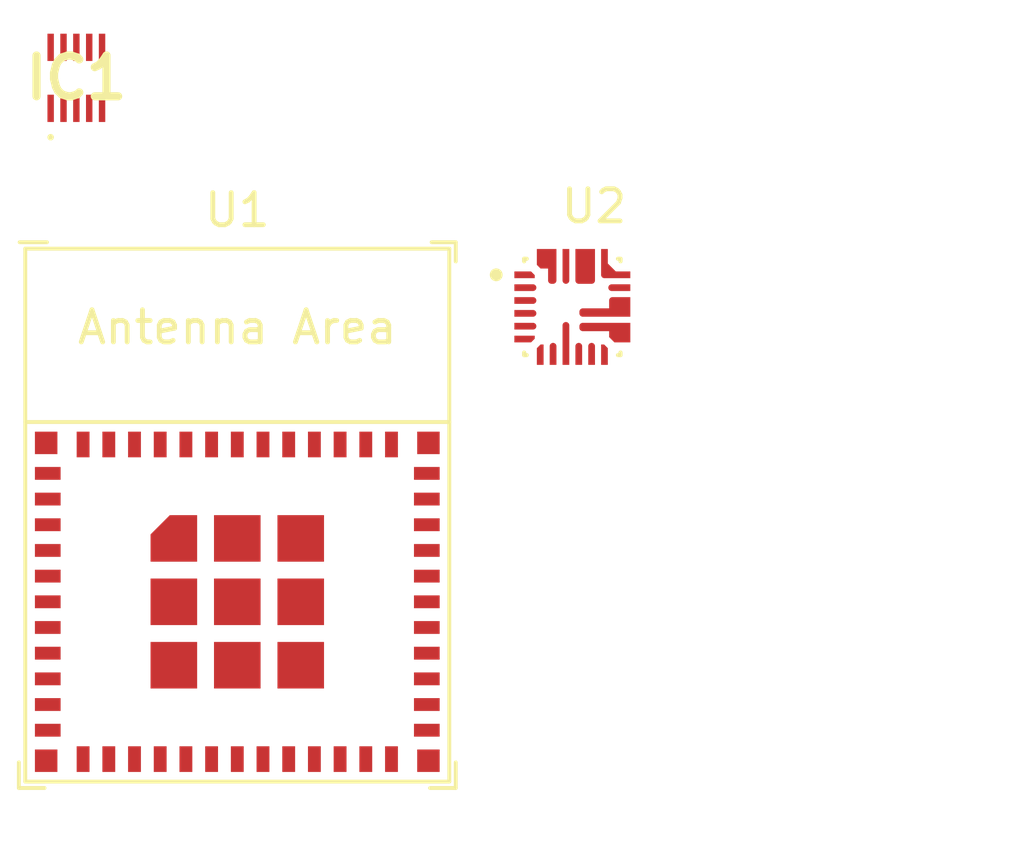
<source format=kicad_pcb>
(kicad_pcb (version 20221018) (generator pcbnew)
  (layers (0 "F.Cu" signal) (31 "B.Cu" signal) (34 "B.Paste" user) (35 "F.Paste" user) (36 "B.SilkS" user "B.Silkscreen") (37 "F.SilkS" user "F.Silkscreen") (38 "B.Mask" user) (39 "F.Mask" user) (44 "Edge.Cuts" user))
  (net 0 "")
  (net 11 "Net-(U1-GND-Pad1)")
  (footprint "Espressif:ESP32-C3-MINI-1" (layer "F.Cu") (at 105.81 93.95)
    (fp_text reference "U1" (at 0 -9.5) (layer "F.SilkS"))
    (fp_text value "ESP32-C3-MINI-1")
    (fp_text user "Antenna Area" (at 0 -5.85) (layer "F.SilkS"))
    (fp_line (start -6.8 7.7) (end -6.8 8.5) (stroke (width 0.12)) (layer "F.SilkS"))
    (fp_line (start -6.8 8.5) (end -6 8.5) (stroke (width 0.12)) (layer "F.SilkS"))
    (fp_line (start -6.6 -8.3) (end 6.6 -8.3) (stroke (width 0.12)) (layer "F.SilkS"))
    (fp_line (start -6.6 -2.9) (end 6.6 -2.9) (stroke (width 0.12)) (layer "F.SilkS"))
    (fp_line (start -6.6 8.3) (end -6.6 -8.3) (stroke (width 0.12)) (layer "F.SilkS"))
    (fp_line (start -5.925 -8.5) (end -6.775 -8.5) (stroke (width 0.12)) (layer "F.SilkS"))
    (fp_line (start 6.05 -8.5) (end 6.8 -8.5) (stroke (width 0.12)) (layer "F.SilkS"))
    (fp_line (start 6.6 -8.3) (end 6.6 8.3) (stroke (width 0.12)) (layer "F.SilkS"))
    (fp_line (start 6.6 8.3) (end -6.6 8.3) (stroke (width 0.12)) (layer "F.SilkS"))
    (fp_line (start 6.8 -8.5) (end 6.8 -7.9) (stroke (width 0.12)) (layer "F.SilkS"))
    (fp_line (start 6.8 7.7) (end 6.8 8.5) (stroke (width 0.12)) (layer "F.SilkS"))
    (fp_line (start 6.8 8.5) (end 6 8.5) (stroke (width 0.12)) (layer "F.SilkS"))
    (pad "1" smd rect (at -5.9 -1.3 90) (size 0.4 0.8) (layers "F.Cu" "F.Paste" "F.Mask") (net 11 "Net-(U1-GND-Pad1)"))
    (pad "2" smd rect (at -5.9 -0.5 90) (size 0.4 0.8) (layers "F.Cu" "F.Paste" "F.Mask") (net 11 "Net-(U1-GND-Pad1)"))
    (pad "3" smd rect (at -5.9 0.3 90) (size 0.4 0.8) (layers "F.Cu" "F.Paste" "F.Mask"))
    (pad "4" smd rect (at -5.9 1.1 90) (size 0.4 0.8) (layers "F.Cu" "F.Paste" "F.Mask"))
    (pad "5" smd rect (at -5.9 1.9 90) (size 0.4 0.8) (layers "F.Cu" "F.Paste" "F.Mask"))
    (pad "6" smd rect (at -5.9 2.7 90) (size 0.4 0.8) (layers "F.Cu" "F.Paste" "F.Mask"))
    (pad "7" smd rect (at -5.9 3.5 90) (size 0.4 0.8) (layers "F.Cu" "F.Paste" "F.Mask"))
    (pad "8" smd rect (at -5.9 4.3 90) (size 0.4 0.8) (layers "F.Cu" "F.Paste" "F.Mask"))
    (pad "9" smd rect (at -5.9 5.1 90) (size 0.4 0.8) (layers "F.Cu" "F.Paste" "F.Mask"))
    (pad "10" smd rect (at -5.9 5.9 90) (size 0.4 0.8) (layers "F.Cu" "F.Paste" "F.Mask"))
    (pad "11" smd rect (at -5.9 6.7 90) (size 0.4 0.8) (layers "F.Cu" "F.Paste" "F.Mask"))
    (pad "12" smd rect (at -4.8 7.6) (size 0.4 0.8) (layers "F.Cu" "F.Paste" "F.Mask"))
    (pad "13" smd rect (at -4 7.6) (size 0.4 0.8) (layers "F.Cu" "F.Paste" "F.Mask"))
    (pad "14" smd rect (at -3.2 7.6) (size 0.4 0.8) (layers "F.Cu" "F.Paste" "F.Mask"))
    (pad "15" smd rect (at -2.4 7.6) (size 0.4 0.8) (layers "F.Cu" "F.Paste" "F.Mask"))
    (pad "16" smd rect (at -1.6 7.6) (size 0.4 0.8) (layers "F.Cu" "F.Paste" "F.Mask"))
    (pad "17" smd rect (at -0.8 7.6) (size 0.4 0.8) (layers "F.Cu" "F.Paste" "F.Mask"))
    (pad "18" smd rect (at 0 7.6) (size 0.4 0.8) (layers "F.Cu" "F.Paste" "F.Mask"))
    (pad "19" smd rect (at 0.8 7.6) (size 0.4 0.8) (layers "F.Cu" "F.Paste" "F.Mask"))
    (pad "20" smd rect (at 1.6 7.6) (size 0.4 0.8) (layers "F.Cu" "F.Paste" "F.Mask"))
    (pad "21" smd rect (at 2.4 7.6) (size 0.4 0.8) (layers "F.Cu" "F.Paste" "F.Mask"))
    (pad "22" smd rect (at 3.2 7.6) (size 0.4 0.8) (layers "F.Cu" "F.Paste" "F.Mask"))
    (pad "23" smd rect (at 4 7.6) (size 0.4 0.8) (layers "F.Cu" "F.Paste" "F.Mask"))
    (pad "24" smd rect (at 4.8 7.6) (size 0.4 0.8) (layers "F.Cu" "F.Paste" "F.Mask"))
    (pad "25" smd rect (at 5.9 6.7 90) (size 0.4 0.8) (layers "F.Cu" "F.Paste" "F.Mask"))
    (pad "26" smd rect (at 5.9 5.9 90) (size 0.4 0.8) (layers "F.Cu" "F.Paste" "F.Mask"))
    (pad "27" smd rect (at 5.9 5.1 90) (size 0.4 0.8) (layers "F.Cu" "F.Paste" "F.Mask"))
    (pad "28" smd rect (at 5.9 4.3 90) (size 0.4 0.8) (layers "F.Cu" "F.Paste" "F.Mask"))
    (pad "29" smd rect (at 5.9 3.5 90) (size 0.4 0.8) (layers "F.Cu" "F.Paste" "F.Mask"))
    (pad "30" smd rect (at 5.9 2.7 90) (size 0.4 0.8) (layers "F.Cu" "F.Paste" "F.Mask"))
    (pad "31" smd rect (at 5.9 1.9 90) (size 0.4 0.8) (layers "F.Cu" "F.Paste" "F.Mask"))
    (pad "32" smd rect (at 5.9 1.1 90) (size 0.4 0.8) (layers "F.Cu" "F.Paste" "F.Mask"))
    (pad "33" smd rect (at 5.9 0.3 90) (size 0.4 0.8) (layers "F.Cu" "F.Paste" "F.Mask"))
    (pad "34" smd rect (at 5.9 -0.5 90) (size 0.4 0.8) (layers "F.Cu" "F.Paste" "F.Mask"))
    (pad "35" smd rect (at 5.9 -1.3 90) (size 0.4 0.8) (layers "F.Cu" "F.Paste" "F.Mask"))
    (pad "36" smd rect (at 4.8 -2.2) (size 0.4 0.8) (layers "F.Cu" "F.Paste" "F.Mask") (net 11 "Net-(U1-GND-Pad1)"))
    (pad "37" smd rect (at 4 -2.2) (size 0.4 0.8) (layers "F.Cu" "F.Paste" "F.Mask") (net 11 "Net-(U1-GND-Pad1)"))
    (pad "38" smd rect (at 3.2 -2.2) (size 0.4 0.8) (layers "F.Cu" "F.Paste" "F.Mask") (net 11 "Net-(U1-GND-Pad1)"))
    (pad "39" smd rect (at 2.4 -2.2) (size 0.4 0.8) (layers "F.Cu" "F.Paste" "F.Mask") (net 11 "Net-(U1-GND-Pad1)"))
    (pad "40" smd rect (at 1.6 -2.2) (size 0.4 0.8) (layers "F.Cu" "F.Paste" "F.Mask") (net 11 "Net-(U1-GND-Pad1)"))
    (pad "41" smd rect (at 0.8 -2.2) (size 0.4 0.8) (layers "F.Cu" "F.Paste" "F.Mask") (net 11 "Net-(U1-GND-Pad1)"))
    (pad "42" smd rect (at 0 -2.2) (size 0.4 0.8) (layers "F.Cu" "F.Paste" "F.Mask") (net 11 "Net-(U1-GND-Pad1)"))
    (pad "43" smd rect (at -0.8 -2.2) (size 0.4 0.8) (layers "F.Cu" "F.Paste" "F.Mask") (net 11 "Net-(U1-GND-Pad1)"))
    (pad "44" smd rect (at -1.6 -2.2) (size 0.4 0.8) (layers "F.Cu" "F.Paste" "F.Mask") (net 11 "Net-(U1-GND-Pad1)"))
    (pad "45" smd rect (at -2.4 -2.2) (size 0.4 0.8) (layers "F.Cu" "F.Paste" "F.Mask") (net 11 "Net-(U1-GND-Pad1)"))
    (pad "46" smd rect (at -3.2 -2.2) (size 0.4 0.8) (layers "F.Cu" "F.Paste" "F.Mask") (net 11 "Net-(U1-GND-Pad1)"))
    (pad "47" smd rect (at -4 -2.2) (size 0.4 0.8) (layers "F.Cu" "F.Paste" "F.Mask") (net 11 "Net-(U1-GND-Pad1)"))
    (pad "48" smd rect (at -4.8 -2.2) (size 0.4 0.8) (layers "F.Cu" "F.Paste" "F.Mask") (net 11 "Net-(U1-GND-Pad1)"))
    (pad "49" smd custom (at -1.975 0.725) (size 0.8 0.8) (layers "F.Cu" "F.Paste" "F.Mask") (net 11 "Net-(U1-GND-Pad1)") (options (clearance outline) (anchor rect)) (primitives (gr_poly (pts (xy 0.725 0.725) (xy -0.725 0.725) (xy -0.725 -0.125) (xy -0.125 -0.725) (xy 0.725 -0.725)) (width 0) (fill yes))))
    (pad "49" smd rect (at -1.975 2.7 90) (size 1.45 1.45) (layers "F.Cu" "F.Paste" "F.Mask") (net 11 "Net-(U1-GND-Pad1)"))
    (pad "49" smd rect (at -1.975 4.675 90) (size 1.45 1.45) (layers "F.Cu" "F.Paste" "F.Mask") (net 11 "Net-(U1-GND-Pad1)"))
    (pad "49" smd rect (at 0 0.725 90) (size 1.45 1.45) (layers "F.Cu" "F.Paste" "F.Mask") (net 11 "Net-(U1-GND-Pad1)"))
    (pad "49" smd rect (at 0 2.7 90) (size 1.45 1.45) (layers "F.Cu" "F.Paste" "F.Mask") (net 11 "Net-(U1-GND-Pad1)"))
    (pad "49" smd rect (at 0 4.675 90) (size 1.45 1.45) (layers "F.Cu" "F.Paste" "F.Mask") (net 11 "Net-(U1-GND-Pad1)"))
    (pad "49" smd rect (at 1.975 0.725 90) (size 1.45 1.45) (layers "F.Cu" "F.Paste" "F.Mask") (net 11 "Net-(U1-GND-Pad1)"))
    (pad "49" smd rect (at 1.975 2.7 90) (size 1.45 1.45) (layers "F.Cu" "F.Paste" "F.Mask") (net 11 "Net-(U1-GND-Pad1)"))
    (pad "49" smd rect (at 1.975 4.675 90) (size 1.45 1.45) (layers "F.Cu" "F.Paste" "F.Mask") (net 11 "Net-(U1-GND-Pad1)"))
    (pad "50" smd rect (at 5.95 -2.25 90) (size 0.7 0.7) (layers "F.Cu" "F.Paste" "F.Mask") (net 11 "Net-(U1-GND-Pad1)"))
    (pad "51" smd rect (at 5.95 7.65 90) (size 0.7 0.7) (layers "F.Cu" "F.Paste" "F.Mask") (net 11 "Net-(U1-GND-Pad1)"))
    (pad "52" smd rect (at -5.95 7.65 90) (size 0.7 0.7) (layers "F.Cu" "F.Paste" "F.Mask") (net 11 "Net-(U1-GND-Pad1)"))
    (pad "53" smd rect (at -5.95 -2.25 90) (size 0.7 0.7) (layers "F.Cu" "F.Paste" "F.Mask") (net 11 "Net-(U1-GND-Pad1)"))
  )
  (footprint "MAX4906ELB+T:MAX4906ELBT" (layer "F.Cu") (at 100.8 80.33)
    (fp_text reference "IC1" (at 0 0) (layer "F.SilkS") (effects (font (size 1.27 1.27) (thickness 0.254))))
    (fp_text value "MAX4906ELB+T" hide)
    (fp_line (start -0.8 1.8) (end -0.8 1.8) (stroke (width 0.1)) (layer "F.SilkS"))
    (fp_line (start -0.8 1.9) (end -0.8 1.9) (stroke (width 0.1)) (layer "F.SilkS"))
    (fp_arc (start -0.8 1.8) (mid -0.75 1.85) (end -0.8 1.9) (stroke (width 0.1)) (layer "F.SilkS"))
    (fp_arc (start -0.8 1.9) (mid -0.85 1.85) (end -0.8 1.8) (stroke (width 0.1)) (layer "F.SilkS"))
    (pad "1" smd rect (at -0.8 0.95) (size 0.2 0.85) (layers "F.Cu" "F.Paste" "F.Mask"))
    (pad "2" smd rect (at -0.4 0.95) (size 0.2 0.85) (layers "F.Cu" "F.Paste" "F.Mask"))
    (pad "3" smd rect (at 0 0.95) (size 0.2 0.85) (layers "F.Cu" "F.Paste" "F.Mask"))
    (pad "4" smd rect (at 0.4 0.95) (size 0.2 0.85) (layers "F.Cu" "F.Paste" "F.Mask"))
    (pad "5" smd rect (at 0.8 0.95) (size 0.2 0.85) (layers "F.Cu" "F.Paste" "F.Mask"))
    (pad "6" smd rect (at 0.8 -0.95) (size 0.2 0.85) (layers "F.Cu" "F.Paste" "F.Mask"))
    (pad "7" smd rect (at 0.4 -0.95) (size 0.2 0.85) (layers "F.Cu" "F.Paste" "F.Mask"))
    (pad "8" smd rect (at 0 -0.95) (size 0.2 0.85) (layers "F.Cu" "F.Paste" "F.Mask"))
    (pad "9" smd rect (at -0.4 -0.95) (size 0.2 0.85) (layers "F.Cu" "F.Paste" "F.Mask"))
    (pad "10" smd rect (at -0.8 -0.95) (size 0.2 0.85) (layers "F.Cu" "F.Paste" "F.Mask"))
  )
  (footprint "MAX77751FEFG_:IC_MAX77751FEFG+" (layer "F.Cu") (at 116.24 87.465)
    (fp_text reference "U2" (at 0.675 -3.135) (layer "F.SilkS"))
    (fp_text value "MAX77751FEFG+")
    (fp_line (start -1.5 -1.5) (end -1.5 -1.42) (stroke (width 0.127)) (layer "F.SilkS"))
    (fp_line (start -1.5 -1.5) (end -1.42 -1.5) (stroke (width 0.127)) (layer "F.SilkS"))
    (fp_line (start -1.5 1.5) (end -1.5 1.42) (stroke (width 0.127)) (layer "F.SilkS"))
    (fp_line (start -1.5 1.5) (end -1.42 1.5) (stroke (width 0.127)) (layer "F.SilkS"))
    (fp_line (start 1.5 -1.5) (end 1.42 -1.5) (stroke (width 0.127)) (layer "F.SilkS"))
    (fp_line (start 1.5 -1.5) (end 1.5 -1.42) (stroke (width 0.127)) (layer "F.SilkS"))
    (fp_line (start 1.5 1.5) (end 1.42 1.5) (stroke (width 0.127)) (layer "F.SilkS"))
    (fp_line (start 1.5 1.5) (end 1.5 1.42) (stroke (width 0.127)) (layer "F.SilkS"))
    (fp_circle (center -2.37 -1) (end -2.27 -1) (stroke (width 0.2)) (fill none) (layer "F.SilkS"))
    (pad "1" smd custom (at -1.5 -1) (size 0.1 0.1) (layers "F.Cu") (options (clearance outline) (anchor rect)) (primitives (gr_poly (pts (xy -0.3 0.1) (xy 0.325 0.1) (xy 0.325 0.012) (xy 0.213 -0.1) (xy -0.3 -0.1)) (width 0.01) (fill yes))))
    (pad "2" smd custom (at -1.5 -0.6) (size 0.1 0.1) (layers "F.Cu") (options (clearance outline) (anchor rect)) (primitives (gr_poly (pts (xy -0.3 -0.1) (xy 0.275 -0.1) (xy 0.28 -0.1) (xy 0.285 -0.099) (xy 0.291 -0.099) (xy 0.296 -0.098) (xy 0.301 -0.097) (xy 0.306 -0.095) (xy 0.311 -0.093) (xy 0.316 -0.091) (xy 0.32 -0.089) (xy 0.325 -0.087) (xy 0.329 -0.084) (xy 0.334 -0.081) (xy 0.338 -0.078) (xy 0.342 -0.074) (xy 0.346 -0.071) (xy 0.349 -0.067) (xy 0.353 -0.063) (xy 0.356 -0.059) (xy 0.359 -0.054) (xy 0.362 -0.05) (xy 0.364 -0.045) (xy 0.366 -0.041) (xy 0.368 -0.036) (xy 0.37 -0.031) (xy 0.372 -0.026) (xy 0.373 -0.021) (xy 0.374 -0.016) (xy 0.374 -0.01) (xy 0.375 -0.005) (xy 0.375 0) (xy 0.375 0.005) (xy 0.374 0.01) (xy 0.374 0.016) (xy 0.373 0.021) (xy 0.372 0.026) (xy 0.37 0.031) (xy 0.368 0.036) (xy 0.366 0.041) (xy 0.364 0.045) (xy 0.362 0.05) (xy 0.359 0.054) (xy 0.356 0.059) (xy 0.353 0.063) (xy 0.349 0.067) (xy 0.346 0.071) (xy 0.342 0.074) (xy 0.338 0.078) (xy 0.334 0.081) (xy 0.329 0.084) (xy 0.325 0.087) (xy 0.32 0.089) (xy 0.316 0.091) (xy 0.311 0.093) (xy 0.306 0.095) (xy 0.301 0.097) (xy 0.296 0.098) (xy 0.291 0.099) (xy 0.285 0.099) (xy 0.28 0.1) (xy 0.275 0.1) (xy -0.3 0.1) (xy -0.3 -0.1)) (width 0.01) (fill yes))))
    (pad "3" smd custom (at -1.5 -0.2) (size 0.1 0.1) (layers "F.Cu") (options (clearance outline) (anchor rect)) (primitives (gr_poly (pts (xy -0.3 -0.1) (xy 0.275 -0.1) (xy 0.28 -0.1) (xy 0.285 -0.099) (xy 0.291 -0.099) (xy 0.296 -0.098) (xy 0.301 -0.097) (xy 0.306 -0.095) (xy 0.311 -0.093) (xy 0.316 -0.091) (xy 0.32 -0.089) (xy 0.325 -0.087) (xy 0.329 -0.084) (xy 0.334 -0.081) (xy 0.338 -0.078) (xy 0.342 -0.074) (xy 0.346 -0.071) (xy 0.349 -0.067) (xy 0.353 -0.063) (xy 0.356 -0.059) (xy 0.359 -0.054) (xy 0.362 -0.05) (xy 0.364 -0.045) (xy 0.366 -0.041) (xy 0.368 -0.036) (xy 0.37 -0.031) (xy 0.372 -0.026) (xy 0.373 -0.021) (xy 0.374 -0.016) (xy 0.374 -0.01) (xy 0.375 -0.005) (xy 0.375 0) (xy 0.375 0.005) (xy 0.374 0.01) (xy 0.374 0.016) (xy 0.373 0.021) (xy 0.372 0.026) (xy 0.37 0.031) (xy 0.368 0.036) (xy 0.366 0.041) (xy 0.364 0.045) (xy 0.362 0.05) (xy 0.359 0.054) (xy 0.356 0.059) (xy 0.353 0.063) (xy 0.349 0.067) (xy 0.346 0.071) (xy 0.342 0.074) (xy 0.338 0.078) (xy 0.334 0.081) (xy 0.329 0.084) (xy 0.325 0.087) (xy 0.32 0.089) (xy 0.316 0.091) (xy 0.311 0.093) (xy 0.306 0.095) (xy 0.301 0.097) (xy 0.296 0.098) (xy 0.291 0.099) (xy 0.285 0.099) (xy 0.28 0.1) (xy 0.275 0.1) (xy -0.3 0.1) (xy -0.3 -0.1)) (width 0.01) (fill yes))))
    (pad "4" smd custom (at -1.5 0.2) (size 0.1 0.1) (layers "F.Cu") (options (clearance outline) (anchor rect)) (primitives (gr_poly (pts (xy -0.3 -0.1) (xy 0.275 -0.1) (xy 0.28 -0.1) (xy 0.285 -0.099) (xy 0.291 -0.099) (xy 0.296 -0.098) (xy 0.301 -0.097) (xy 0.306 -0.095) (xy 0.311 -0.093) (xy 0.316 -0.091) (xy 0.32 -0.089) (xy 0.325 -0.087) (xy 0.329 -0.084) (xy 0.334 -0.081) (xy 0.338 -0.078) (xy 0.342 -0.074) (xy 0.346 -0.071) (xy 0.349 -0.067) (xy 0.353 -0.063) (xy 0.356 -0.059) (xy 0.359 -0.054) (xy 0.362 -0.05) (xy 0.364 -0.045) (xy 0.366 -0.041) (xy 0.368 -0.036) (xy 0.37 -0.031) (xy 0.372 -0.026) (xy 0.373 -0.021) (xy 0.374 -0.016) (xy 0.374 -0.01) (xy 0.375 -0.005) (xy 0.375 0) (xy 0.375 0.005) (xy 0.374 0.01) (xy 0.374 0.016) (xy 0.373 0.021) (xy 0.372 0.026) (xy 0.37 0.031) (xy 0.368 0.036) (xy 0.366 0.041) (xy 0.364 0.045) (xy 0.362 0.05) (xy 0.359 0.054) (xy 0.356 0.059) (xy 0.353 0.063) (xy 0.349 0.067) (xy 0.346 0.071) (xy 0.342 0.074) (xy 0.338 0.078) (xy 0.334 0.081) (xy 0.329 0.084) (xy 0.325 0.087) (xy 0.32 0.089) (xy 0.316 0.091) (xy 0.311 0.093) (xy 0.306 0.095) (xy 0.301 0.097) (xy 0.296 0.098) (xy 0.291 0.099) (xy 0.285 0.099) (xy 0.28 0.1) (xy 0.275 0.1) (xy -0.3 0.1) (xy -0.3 -0.1)) (width 0.01) (fill yes))))
    (pad "5" smd custom (at -1.5 0.6) (size 0.1 0.1) (layers "F.Cu") (options (clearance outline) (anchor rect)) (primitives (gr_poly (pts (xy -0.3 -0.1) (xy 0.275 -0.1) (xy 0.28 -0.1) (xy 0.285 -0.099) (xy 0.291 -0.099) (xy 0.296 -0.098) (xy 0.301 -0.097) (xy 0.306 -0.095) (xy 0.311 -0.093) (xy 0.316 -0.091) (xy 0.32 -0.089) (xy 0.325 -0.087) (xy 0.329 -0.084) (xy 0.334 -0.081) (xy 0.338 -0.078) (xy 0.342 -0.074) (xy 0.346 -0.071) (xy 0.349 -0.067) (xy 0.353 -0.063) (xy 0.356 -0.059) (xy 0.359 -0.054) (xy 0.362 -0.05) (xy 0.364 -0.045) (xy 0.366 -0.041) (xy 0.368 -0.036) (xy 0.37 -0.031) (xy 0.372 -0.026) (xy 0.373 -0.021) (xy 0.374 -0.016) (xy 0.374 -0.01) (xy 0.375 -0.005) (xy 0.375 0) (xy 0.375 0.005) (xy 0.374 0.01) (xy 0.374 0.016) (xy 0.373 0.021) (xy 0.372 0.026) (xy 0.37 0.031) (xy 0.368 0.036) (xy 0.366 0.041) (xy 0.364 0.045) (xy 0.362 0.05) (xy 0.359 0.054) (xy 0.356 0.059) (xy 0.353 0.063) (xy 0.349 0.067) (xy 0.346 0.071) (xy 0.342 0.074) (xy 0.338 0.078) (xy 0.334 0.081) (xy 0.329 0.084) (xy 0.325 0.087) (xy 0.32 0.089) (xy 0.316 0.091) (xy 0.311 0.093) (xy 0.306 0.095) (xy 0.301 0.097) (xy 0.296 0.098) (xy 0.291 0.099) (xy 0.285 0.099) (xy 0.28 0.1) (xy 0.275 0.1) (xy -0.3 0.1) (xy -0.3 -0.1)) (width 0.01) (fill yes))))
    (pad "6" smd custom (at -1.5 1) (size 0.1 0.1) (layers "F.Cu") (options (clearance outline) (anchor rect)) (primitives (gr_poly (pts (xy -0.3 -0.1) (xy 0.325 -0.1) (xy 0.325 -0.012) (xy 0.213 0.1) (xy -0.3 0.1)) (width 0.01) (fill yes))))
    (pad "7" smd custom (at -1 1.5) (size 0.1 0.1) (layers "F.Cu") (options (clearance outline) (anchor rect)) (primitives (gr_poly (pts (xy 0.1 0.3) (xy 0.1 -0.325) (xy 0.012 -0.325) (xy -0.1 -0.213) (xy -0.1 0.3)) (width 0.01) (fill yes))))
    (pad "8" smd custom (at -0.6 1.5) (size 0.1 0.1) (layers "F.Cu") (options (clearance outline) (anchor rect)) (primitives (gr_poly (pts (xy -0.1 0.3) (xy -0.1 -0.275) (xy -0.1 -0.28) (xy -0.099 -0.285) (xy -0.099 -0.291) (xy -0.098 -0.296) (xy -0.097 -0.301) (xy -0.095 -0.306) (xy -0.093 -0.311) (xy -0.091 -0.316) (xy -0.089 -0.32) (xy -0.087 -0.325) (xy -0.084 -0.329) (xy -0.081 -0.334) (xy -0.078 -0.338) (xy -0.074 -0.342) (xy -0.071 -0.346) (xy -0.067 -0.349) (xy -0.063 -0.353) (xy -0.059 -0.356) (xy -0.054 -0.359) (xy -0.05 -0.362) (xy -0.045 -0.364) (xy -0.041 -0.366) (xy -0.036 -0.368) (xy -0.031 -0.37) (xy -0.026 -0.372) (xy -0.021 -0.373) (xy -0.016 -0.374) (xy -0.01 -0.374) (xy -0.005 -0.375) (xy 0 -0.375) (xy 0.005 -0.375) (xy 0.01 -0.374) (xy 0.016 -0.374) (xy 0.021 -0.373) (xy 0.026 -0.372) (xy 0.031 -0.37) (xy 0.036 -0.368) (xy 0.041 -0.366) (xy 0.045 -0.364) (xy 0.05 -0.362) (xy 0.054 -0.359) (xy 0.059 -0.356) (xy 0.063 -0.353) (xy 0.067 -0.349) (xy 0.071 -0.346) (xy 0.074 -0.342) (xy 0.078 -0.338) (xy 0.081 -0.334) (xy 0.084 -0.329) (xy 0.087 -0.325) (xy 0.089 -0.32) (xy 0.091 -0.316) (xy 0.093 -0.311) (xy 0.095 -0.306) (xy 0.097 -0.301) (xy 0.098 -0.296) (xy 0.099 -0.291) (xy 0.099 -0.285) (xy 0.1 -0.28) (xy 0.1 -0.275) (xy 0.1 0.3) (xy -0.1 0.3)) (width 0.01) (fill yes))))
    (pad "9" smd custom (at -0.2 1.5) (size 0.1 0.1) (layers "F.Cu") (options (clearance outline) (anchor rect)) (primitives (gr_poly (pts (xy -0.1 0.3) (xy -0.1 -0.925) (xy -0.1 -0.93) (xy -0.099 -0.935) (xy -0.099 -0.941) (xy -0.098 -0.946) (xy -0.097 -0.951) (xy -0.095 -0.956) (xy -0.093 -0.961) (xy -0.091 -0.966) (xy -0.089 -0.97) (xy -0.087 -0.975) (xy -0.084 -0.979) (xy -0.081 -0.984) (xy -0.078 -0.988) (xy -0.074 -0.992) (xy -0.071 -0.996) (xy -0.067 -0.999) (xy -0.063 -1.003) (xy -0.059 -1.006) (xy -0.054 -1.009) (xy -0.05 -1.012) (xy -0.045 -1.014) (xy -0.041 -1.016) (xy -0.036 -1.018) (xy -0.031 -1.02) (xy -0.026 -1.022) (xy -0.021 -1.023) (xy -0.016 -1.024) (xy -0.01 -1.024) (xy -0.005 -1.025) (xy 0 -1.025) (xy 0.005 -1.025) (xy 0.01 -1.024) (xy 0.016 -1.024) (xy 0.021 -1.023) (xy 0.026 -1.022) (xy 0.031 -1.02) (xy 0.036 -1.018) (xy 0.041 -1.016) (xy 0.045 -1.014) (xy 0.05 -1.012) (xy 0.054 -1.009) (xy 0.059 -1.006) (xy 0.063 -1.003) (xy 0.067 -0.999) (xy 0.071 -0.996) (xy 0.074 -0.992) (xy 0.078 -0.988) (xy 0.081 -0.984) (xy 0.084 -0.979) (xy 0.087 -0.975) (xy 0.089 -0.97) (xy 0.091 -0.966) (xy 0.093 -0.961) (xy 0.095 -0.956) (xy 0.097 -0.951) (xy 0.098 -0.946) (xy 0.099 -0.941) (xy 0.099 -0.935) (xy 0.1 -0.93) (xy 0.1 -0.925) (xy 0.1 0.3) (xy -0.1 0.3)) (width 0.01) (fill yes))))
    (pad "10" smd custom (at 0.2 1.5) (size 0.1 0.1) (layers "F.Cu") (options (clearance outline) (anchor rect)) (primitives (gr_poly (pts (xy -0.1 0.3) (xy -0.1 -0.275) (xy -0.1 -0.28) (xy -0.099 -0.285) (xy -0.099 -0.291) (xy -0.098 -0.296) (xy -0.097 -0.301) (xy -0.095 -0.306) (xy -0.093 -0.311) (xy -0.091 -0.316) (xy -0.089 -0.32) (xy -0.087 -0.325) (xy -0.084 -0.329) (xy -0.081 -0.334) (xy -0.078 -0.338) (xy -0.074 -0.342) (xy -0.071 -0.346) (xy -0.067 -0.349) (xy -0.063 -0.353) (xy -0.059 -0.356) (xy -0.054 -0.359) (xy -0.05 -0.362) (xy -0.045 -0.364) (xy -0.041 -0.366) (xy -0.036 -0.368) (xy -0.031 -0.37) (xy -0.026 -0.372) (xy -0.021 -0.373) (xy -0.016 -0.374) (xy -0.01 -0.374) (xy -0.005 -0.375) (xy 0 -0.375) (xy 0.005 -0.375) (xy 0.01 -0.374) (xy 0.016 -0.374) (xy 0.021 -0.373) (xy 0.026 -0.372) (xy 0.031 -0.37) (xy 0.036 -0.368) (xy 0.041 -0.366) (xy 0.045 -0.364) (xy 0.05 -0.362) (xy 0.054 -0.359) (xy 0.059 -0.356) (xy 0.063 -0.353) (xy 0.067 -0.349) (xy 0.071 -0.346) (xy 0.074 -0.342) (xy 0.078 -0.338) (xy 0.081 -0.334) (xy 0.084 -0.329) (xy 0.087 -0.325) (xy 0.089 -0.32) (xy 0.091 -0.316) (xy 0.093 -0.311) (xy 0.095 -0.306) (xy 0.097 -0.301) (xy 0.098 -0.296) (xy 0.099 -0.291) (xy 0.099 -0.285) (xy 0.1 -0.28) (xy 0.1 -0.275) (xy 0.1 0.3) (xy -0.1 0.3)) (width 0.01) (fill yes))))
    (pad "11" smd custom (at 0.6 1.5) (size 0.1 0.1) (layers "F.Cu") (options (clearance outline) (anchor rect)) (primitives (gr_poly (pts (xy -0.1 0.3) (xy -0.1 -0.275) (xy -0.1 -0.28) (xy -0.099 -0.285) (xy -0.099 -0.291) (xy -0.098 -0.296) (xy -0.097 -0.301) (xy -0.095 -0.306) (xy -0.093 -0.311) (xy -0.091 -0.316) (xy -0.089 -0.32) (xy -0.087 -0.325) (xy -0.084 -0.329) (xy -0.081 -0.334) (xy -0.078 -0.338) (xy -0.074 -0.342) (xy -0.071 -0.346) (xy -0.067 -0.349) (xy -0.063 -0.353) (xy -0.059 -0.356) (xy -0.054 -0.359) (xy -0.05 -0.362) (xy -0.045 -0.364) (xy -0.041 -0.366) (xy -0.036 -0.368) (xy -0.031 -0.37) (xy -0.026 -0.372) (xy -0.021 -0.373) (xy -0.016 -0.374) (xy -0.01 -0.374) (xy -0.005 -0.375) (xy 0 -0.375) (xy 0.005 -0.375) (xy 0.01 -0.374) (xy 0.016 -0.374) (xy 0.021 -0.373) (xy 0.026 -0.372) (xy 0.031 -0.37) (xy 0.036 -0.368) (xy 0.041 -0.366) (xy 0.045 -0.364) (xy 0.05 -0.362) (xy 0.054 -0.359) (xy 0.059 -0.356) (xy 0.063 -0.353) (xy 0.067 -0.349) (xy 0.071 -0.346) (xy 0.074 -0.342) (xy 0.078 -0.338) (xy 0.081 -0.334) (xy 0.084 -0.329) (xy 0.087 -0.325) (xy 0.089 -0.32) (xy 0.091 -0.316) (xy 0.093 -0.311) (xy 0.095 -0.306) (xy 0.097 -0.301) (xy 0.098 -0.296) (xy 0.099 -0.291) (xy 0.099 -0.285) (xy 0.1 -0.28) (xy 0.1 -0.275) (xy 0.1 0.3) (xy -0.1 0.3)) (width 0.01) (fill yes))))
    (pad "12" smd custom (at 1 1.5) (size 0.1 0.1) (layers "F.Cu") (options (clearance outline) (anchor rect)) (primitives (gr_poly (pts (xy -0.1 0.3) (xy -0.1 -0.325) (xy -0.012 -0.325) (xy 0.1 -0.213) (xy 0.1 0.3)) (width 0.01) (fill yes))))
    (pad "13_14" smd custom (at 1.5 0.8) (size 0.1 0.1) (layers "F.Cu") (options (clearance outline) (anchor rect)) (primitives (gr_poly (pts (xy 0.3 0.3) (xy -0.188 0.3) (xy -0.35 0.138) (xy -0.35 -0.05) (xy -1.175 -0.05) (xy -1.18 -0.05) (xy -1.185 -0.051) (xy -1.191 -0.051) (xy -1.196 -0.052) (xy -1.201 -0.053) (xy -1.206 -0.055) (xy -1.211 -0.057) (xy -1.216 -0.059) (xy -1.22 -0.061) (xy -1.225 -0.063) (xy -1.229 -0.066) (xy -1.234 -0.069) (xy -1.238 -0.072) (xy -1.242 -0.076) (xy -1.246 -0.079) (xy -1.249 -0.083) (xy -1.253 -0.087) (xy -1.256 -0.091) (xy -1.259 -0.096) (xy -1.262 -0.1) (xy -1.264 -0.105) (xy -1.266 -0.109) (xy -1.268 -0.114) (xy -1.27 -0.119) (xy -1.272 -0.124) (xy -1.273 -0.129) (xy -1.274 -0.134) (xy -1.274 -0.14) (xy -1.275 -0.145) (xy -1.275 -0.15) (xy -1.275 -0.2) (xy -1.275 -0.205) (xy -1.274 -0.21) (xy -1.274 -0.216) (xy -1.273 -0.221) (xy -1.272 -0.226) (xy -1.27 -0.231) (xy -1.268 -0.236) (xy -1.266 -0.241) (xy -1.264 -0.245) (xy -1.262 -0.25) (xy -1.259 -0.254) (xy -1.256 -0.259) (xy -1.253 -0.263) (xy -1.249 -0.267) (xy -1.246 -0.271) (xy -1.242 -0.274) (xy -1.238 -0.278) (xy -1.234 -0.281) (xy -1.229 -0.284) (xy -1.225 -0.287) (xy -1.22 -0.289) (xy -1.216 -0.291) (xy -1.211 -0.293) (xy -1.206 -0.295) (xy -1.201 -0.297) (xy -1.196 -0.298) (xy -1.191 -0.299) (xy -1.185 -0.299) (xy -1.18 -0.3) (xy -1.175 -0.3) (xy 0.3 -0.3) (xy 0.3 0.3)) (width 0.01) (fill yes))))
    (pad "15_16" smd custom (at 1.5 0) (size 0.1 0.1) (layers "F.Cu") (options (clearance outline) (anchor rect)) (primitives (gr_poly (pts (xy 0.3 0.3) (xy -1.175 0.3) (xy -1.18 0.3) (xy -1.185 0.299) (xy -1.191 0.299) (xy -1.196 0.298) (xy -1.201 0.297) (xy -1.206 0.295) (xy -1.211 0.293) (xy -1.216 0.291) (xy -1.22 0.289) (xy -1.225 0.287) (xy -1.229 0.284) (xy -1.234 0.281) (xy -1.238 0.278) (xy -1.242 0.274) (xy -1.246 0.271) (xy -1.249 0.267) (xy -1.253 0.263) (xy -1.256 0.259) (xy -1.259 0.254) (xy -1.262 0.25) (xy -1.264 0.245) (xy -1.266 0.241) (xy -1.268 0.236) (xy -1.27 0.231) (xy -1.272 0.226) (xy -1.273 0.221) (xy -1.274 0.216) (xy -1.274 0.21) (xy -1.275 0.205) (xy -1.275 0.2) (xy -1.275 0.15) (xy -1.275 0.145) (xy -1.274 0.14) (xy -1.274 0.134) (xy -1.273 0.129) (xy -1.272 0.124) (xy -1.27 0.119) (xy -1.268 0.114) (xy -1.266 0.109) (xy -1.264 0.105) (xy -1.262 0.1) (xy -1.259 0.096) (xy -1.256 0.091) (xy -1.253 0.087) (xy -1.249 0.083) (xy -1.246 0.079) (xy -1.242 0.076) (xy -1.238 0.072) (xy -1.234 0.069) (xy -1.229 0.066) (xy -1.225 0.063) (xy -1.22 0.061) (xy -1.216 0.059) (xy -1.211 0.057) (xy -1.206 0.055) (xy -1.201 0.053) (xy -1.196 0.052) (xy -1.191 0.051) (xy -1.185 0.051) (xy -1.18 0.05) (xy -1.175 0.05) (xy -0.35 0.05) (xy -0.35 -0.2) (xy -0.35 -0.205) (xy -0.349 -0.21) (xy -0.349 -0.216) (xy -0.348 -0.221) (xy -0.347 -0.226) (xy -0.345 -0.231) (xy -0.343 -0.236) (xy -0.341 -0.241) (xy -0.339 -0.245) (xy -0.337 -0.25) (xy -0.334 -0.254) (xy -0.331 -0.259) (xy -0.328 -0.263) (xy -0.324 -0.267) (xy -0.321 -0.271) (xy -0.317 -0.274) (xy -0.313 -0.278) (xy -0.309 -0.281) (xy -0.304 -0.284) (xy -0.3 -0.287) (xy -0.295 -0.289) (xy -0.291 -0.291) (xy -0.286 -0.293) (xy -0.281 -0.295) (xy -0.276 -0.297) (xy -0.271 -0.298) (xy -0.266 -0.299) (xy -0.26 -0.299) (xy -0.255 -0.3) (xy -0.25 -0.3) (xy 0.3 -0.3) (xy 0.3 0.3)) (width 0.01) (fill yes))))
    (pad "17" smd custom (at 1.5 -0.6) (size 0.1 0.1) (layers "F.Cu") (options (clearance outline) (anchor rect)) (primitives (gr_poly (pts (xy 0.3 0.1) (xy -0.275 0.1) (xy -0.28 0.1) (xy -0.285 0.099) (xy -0.291 0.099) (xy -0.296 0.098) (xy -0.301 0.097) (xy -0.306 0.095) (xy -0.311 0.093) (xy -0.316 0.091) (xy -0.32 0.089) (xy -0.325 0.087) (xy -0.329 0.084) (xy -0.334 0.081) (xy -0.338 0.078) (xy -0.342 0.074) (xy -0.346 0.071) (xy -0.349 0.067) (xy -0.353 0.063) (xy -0.356 0.059) (xy -0.359 0.054) (xy -0.362 0.05) (xy -0.364 0.045) (xy -0.366 0.041) (xy -0.368 0.036) (xy -0.37 0.031) (xy -0.372 0.026) (xy -0.373 0.021) (xy -0.374 0.016) (xy -0.374 0.01) (xy -0.375 0.005) (xy -0.375 0) (xy -0.375 -0.005) (xy -0.374 -0.01) (xy -0.374 -0.016) (xy -0.373 -0.021) (xy -0.372 -0.026) (xy -0.37 -0.031) (xy -0.368 -0.036) (xy -0.366 -0.041) (xy -0.364 -0.045) (xy -0.362 -0.05) (xy -0.359 -0.054) (xy -0.356 -0.059) (xy -0.353 -0.063) (xy -0.349 -0.067) (xy -0.346 -0.071) (xy -0.342 -0.074) (xy -0.338 -0.078) (xy -0.334 -0.081) (xy -0.329 -0.084) (xy -0.325 -0.087) (xy -0.32 -0.089) (xy -0.316 -0.091) (xy -0.311 -0.093) (xy -0.306 -0.095) (xy -0.301 -0.097) (xy -0.296 -0.098) (xy -0.291 -0.099) (xy -0.285 -0.099) (xy -0.28 -0.1) (xy -0.275 -0.1) (xy 0.3 -0.1) (xy 0.3 0.1)) (width 0.01) (fill yes))))
    (pad "18_19" smd custom (at 1.5 -1) (size 0.1 0.1) (layers "F.Cu") (options (clearance outline) (anchor rect)) (primitives (gr_poly (pts (xy 0.3 0.1) (xy -0.5 0.1) (xy -0.505 0.1) (xy -0.51 0.099) (xy -0.516 0.099) (xy -0.521 0.098) (xy -0.526 0.097) (xy -0.531 0.095) (xy -0.536 0.093) (xy -0.541 0.091) (xy -0.545 0.089) (xy -0.55 0.087) (xy -0.554 0.084) (xy -0.559 0.081) (xy -0.563 0.078) (xy -0.567 0.074) (xy -0.571 0.071) (xy -0.574 0.067) (xy -0.578 0.063) (xy -0.581 0.059) (xy -0.584 0.054) (xy -0.587 0.05) (xy -0.589 0.045) (xy -0.591 0.041) (xy -0.593 0.036) (xy -0.595 0.031) (xy -0.597 0.026) (xy -0.598 0.021) (xy -0.599 0.016) (xy -0.599 0.01) (xy -0.6 0.005) (xy -0.6 0) (xy -0.6 -0.8) (xy -0.4 -0.8) (xy -0.4 -0.35) (xy -0.15 -0.1) (xy 0.3 -0.1) (xy 0.3 0.1)) (width 0.01) (fill yes))))
    (pad "20_21" smd custom (at 0.4 -1.5) (size 0.1 0.1) (layers "F.Cu") (options (clearance outline) (anchor rect)) (primitives (gr_poly (pts (xy 0.3 -0.3) (xy 0.3 0.675) (xy 0.3 0.68) (xy 0.299 0.685) (xy 0.299 0.691) (xy 0.298 0.696) (xy 0.297 0.701) (xy 0.295 0.706) (xy 0.293 0.711) (xy 0.291 0.716) (xy 0.289 0.72) (xy 0.287 0.725) (xy 0.284 0.729) (xy 0.281 0.734) (xy 0.278 0.738) (xy 0.274 0.742) (xy 0.271 0.746) (xy 0.267 0.749) (xy 0.263 0.753) (xy 0.259 0.756) (xy 0.254 0.759) (xy 0.25 0.762) (xy 0.245 0.764) (xy 0.241 0.766) (xy 0.236 0.768) (xy 0.231 0.77) (xy 0.226 0.772) (xy 0.221 0.773) (xy 0.216 0.774) (xy 0.21 0.774) (xy 0.205 0.775) (xy 0.2 0.775) (xy -0.2 0.775) (xy -0.205 0.775) (xy -0.21 0.774) (xy -0.216 0.774) (xy -0.221 0.773) (xy -0.226 0.772) (xy -0.231 0.77) (xy -0.236 0.768) (xy -0.241 0.766) (xy -0.245 0.764) (xy -0.25 0.762) (xy -0.254 0.759) (xy -0.259 0.756) (xy -0.263 0.753) (xy -0.267 0.749) (xy -0.271 0.746) (xy -0.274 0.742) (xy -0.278 0.738) (xy -0.281 0.734) (xy -0.284 0.729) (xy -0.287 0.725) (xy -0.289 0.72) (xy -0.291 0.716) (xy -0.293 0.711) (xy -0.295 0.706) (xy -0.297 0.701) (xy -0.298 0.696) (xy -0.299 0.691) (xy -0.299 0.685) (xy -0.3 0.68) (xy -0.3 0.675) (xy -0.3 -0.3) (xy 0.3 -0.3)) (width 0.01) (fill yes))))
    (pad "22" smd custom (at -0.2 -1.5) (size 0.1 0.1) (layers "F.Cu") (options (clearance outline) (anchor rect)) (primitives (gr_poly (pts (xy 0.1 -0.3) (xy 0.1 0.675) (xy 0.1 0.68) (xy 0.099 0.685) (xy 0.099 0.691) (xy 0.098 0.696) (xy 0.097 0.701) (xy 0.095 0.706) (xy 0.093 0.711) (xy 0.091 0.716) (xy 0.089 0.72) (xy 0.087 0.725) (xy 0.084 0.729) (xy 0.081 0.734) (xy 0.078 0.738) (xy 0.074 0.742) (xy 0.071 0.746) (xy 0.067 0.749) (xy 0.063 0.753) (xy 0.059 0.756) (xy 0.054 0.759) (xy 0.05 0.762) (xy 0.045 0.764) (xy 0.041 0.766) (xy 0.036 0.768) (xy 0.031 0.77) (xy 0.026 0.772) (xy 0.021 0.773) (xy 0.016 0.774) (xy 0.01 0.774) (xy 0.005 0.775) (xy 0 0.775) (xy -0.005 0.775) (xy -0.01 0.774) (xy -0.016 0.774) (xy -0.021 0.773) (xy -0.026 0.772) (xy -0.031 0.77) (xy -0.036 0.768) (xy -0.041 0.766) (xy -0.045 0.764) (xy -0.05 0.762) (xy -0.054 0.759) (xy -0.059 0.756) (xy -0.063 0.753) (xy -0.067 0.749) (xy -0.071 0.746) (xy -0.074 0.742) (xy -0.078 0.738) (xy -0.081 0.734) (xy -0.084 0.729) (xy -0.087 0.725) (xy -0.089 0.72) (xy -0.091 0.716) (xy -0.093 0.711) (xy -0.095 0.706) (xy -0.097 0.701) (xy -0.098 0.696) (xy -0.099 0.691) (xy -0.099 0.685) (xy -0.1 0.68) (xy -0.1 0.675) (xy -0.1 -0.3) (xy 0.1 -0.3)) (width 0.01) (fill yes))))
    (pad "23_24" smd custom (at -0.8 -1.5) (size 0.1 0.1) (layers "F.Cu") (options (clearance outline) (anchor rect)) (primitives (gr_poly (pts (xy 0.3 -0.3) (xy 0.3 0.675) (xy 0.3 0.68) (xy 0.299 0.685) (xy 0.299 0.691) (xy 0.298 0.696) (xy 0.297 0.701) (xy 0.295 0.706) (xy 0.293 0.711) (xy 0.291 0.716) (xy 0.289 0.72) (xy 0.287 0.725) (xy 0.284 0.729) (xy 0.281 0.734) (xy 0.278 0.738) (xy 0.274 0.742) (xy 0.271 0.746) (xy 0.267 0.749) (xy 0.263 0.753) (xy 0.259 0.756) (xy 0.254 0.759) (xy 0.25 0.762) (xy 0.245 0.764) (xy 0.241 0.766) (xy 0.236 0.768) (xy 0.231 0.77) (xy 0.226 0.772) (xy 0.221 0.773) (xy 0.216 0.774) (xy 0.21 0.774) (xy 0.205 0.775) (xy 0.2 0.775) (xy 0.15 0.775) (xy 0.145 0.775) (xy 0.14 0.774) (xy 0.134 0.774) (xy 0.129 0.773) (xy 0.124 0.772) (xy 0.119 0.77) (xy 0.114 0.768) (xy 0.109 0.766) (xy 0.105 0.764) (xy 0.1 0.762) (xy 0.096 0.759) (xy 0.091 0.756) (xy 0.087 0.753) (xy 0.083 0.749) (xy 0.079 0.746) (xy 0.076 0.742) (xy 0.072 0.738) (xy 0.069 0.734) (xy 0.066 0.729) (xy 0.063 0.725) (xy 0.061 0.72) (xy 0.059 0.716) (xy 0.057 0.711) (xy 0.055 0.706) (xy 0.053 0.701) (xy 0.052 0.696) (xy 0.051 0.691) (xy 0.051 0.685) (xy 0.05 0.68) (xy 0.05 0.675) (xy 0.05 0.3) (xy -0.188 0.3) (xy -0.3 0.188) (xy -0.3 -0.3) (xy 0.3 -0.3)) (width 0.01) (fill yes))))
  )
)
</source>
